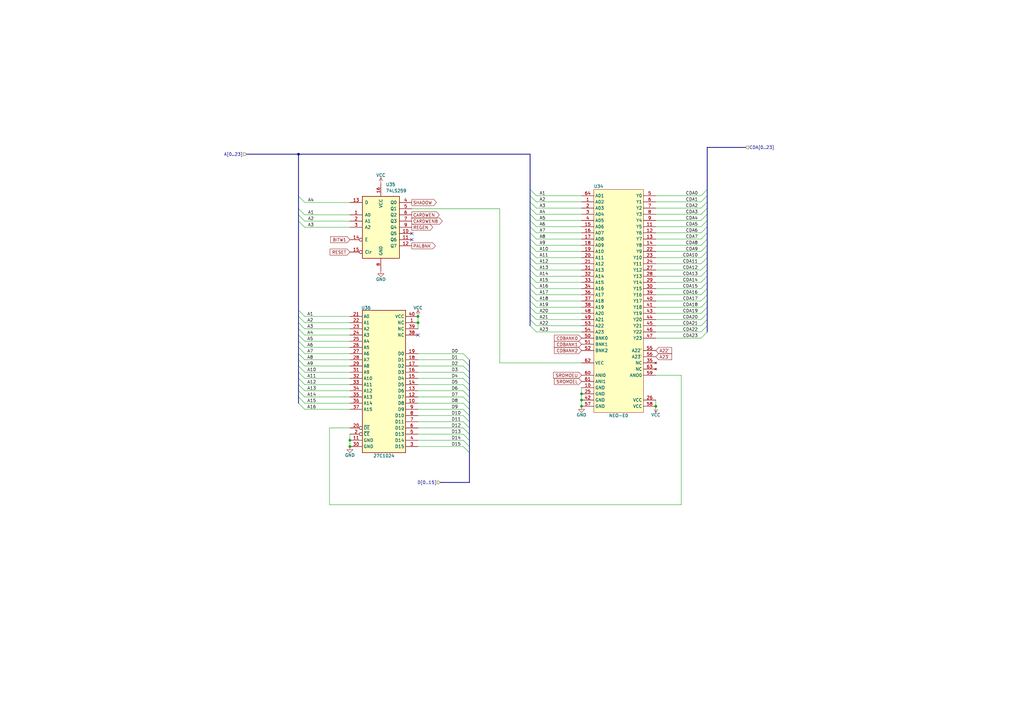
<source format=kicad_sch>
(kicad_sch (version 20230121) (generator eeschema)
  (paper "A3")
  (lib_symbols
    (symbol "1_NeoGeoLibrary:27C1024"
      (property "Reference" "U" (at -7.62 26.67 0))
      (property "Value" "27C1024" (at -3.81 -34.29 0))
      (symbol "27C1024_0_0"
        (pin input line (at 13.97 20.32 180) (length 5.08) (name "NC") (number "1"))
        (pin power_in line (at -13.97 -30.48 0) (length 5.08) (name "GND") (number "30"))
        (pin input line (at 13.97 15.24 180) (length 5.08) (name "NC") (number "38"))
        (pin input line (at 13.97 17.78 180) (length 5.08) (name "NC") (number "39"))
      )
      (symbol "27C1024_1_1"
        (rectangle (start -8.89 25.4) (end 8.89 -33.02) (stroke (width 0.254)) (fill (type background)))
        (pin tri_state line (at 13.97 -12.7 180) (length 5.08) (name "D8") (number "10"))
        (pin power_in line (at -13.97 -27.94 0) (length 5.08) (name "GND") (number "11"))
        (pin tri_state line (at 13.97 -10.16 180) (length 5.08) (name "D7") (number "12"))
        (pin tri_state line (at 13.97 -7.62 180) (length 5.08) (name "D6") (number "13"))
        (pin tri_state line (at 13.97 -5.08 180) (length 5.08) (name "D5") (number "14"))
        (pin tri_state line (at 13.97 -2.54 180) (length 5.08) (name "D4") (number "15"))
        (pin tri_state line (at 13.97 0 180) (length 5.08) (name "D3") (number "16"))
        (pin tri_state line (at 13.97 2.54 180) (length 5.08) (name "D2") (number "17"))
        (pin tri_state line (at 13.97 5.08 180) (length 5.08) (name "D1") (number "18"))
        (pin tri_state line (at 13.97 7.62 180) (length 5.08) (name "D0") (number "19"))
        (pin input inverted (at -13.97 -25.4 0) (length 5.08) (name "~{CE}") (number "2"))
        (pin input inverted (at -13.97 -22.86 0) (length 5.08) (name "~{OE}") (number "20"))
        (pin tri_state line (at -13.97 22.86 0) (length 5.08) (name "A0") (number "21"))
        (pin tri_state line (at -13.97 20.32 0) (length 5.08) (name "A1") (number "22"))
        (pin tri_state line (at -13.97 17.78 0) (length 5.08) (name "A2") (number "23"))
        (pin tri_state line (at -13.97 15.24 0) (length 5.08) (name "A3") (number "24"))
        (pin tri_state line (at -13.97 12.7 0) (length 5.08) (name "A4") (number "25"))
        (pin tri_state line (at -13.97 10.16 0) (length 5.08) (name "A5") (number "26"))
        (pin tri_state line (at -13.97 7.62 0) (length 5.08) (name "A6") (number "27"))
        (pin tri_state line (at -13.97 5.08 0) (length 5.08) (name "A7") (number "28"))
        (pin tri_state line (at -13.97 2.54 0) (length 5.08) (name "A8") (number "29"))
        (pin tri_state line (at 13.97 -30.48 180) (length 5.08) (name "D15") (number "3"))
        (pin tri_state line (at -13.97 0 0) (length 5.08) (name "A9") (number "31"))
        (pin tri_state line (at -13.97 -2.54 0) (length 5.08) (name "A10") (number "32"))
        (pin tri_state line (at -13.97 -5.08 0) (length 5.08) (name "A11") (number "33"))
        (pin tri_state line (at -13.97 -7.62 0) (length 5.08) (name "A12") (number "34"))
        (pin tri_state line (at -13.97 -10.16 0) (length 5.08) (name "A13") (number "35"))
        (pin tri_state line (at -13.97 -12.7 0) (length 5.08) (name "A14") (number "36"))
        (pin tri_state line (at -13.97 -15.24 0) (length 5.08) (name "A15") (number "37"))
        (pin tri_state line (at 13.97 -27.94 180) (length 5.08) (name "D14") (number "4"))
        (pin power_in line (at 13.97 22.86 180) (length 5.08) (name "VCC") (number "40"))
        (pin tri_state line (at 13.97 -25.4 180) (length 5.08) (name "D13") (number "5"))
        (pin tri_state line (at 13.97 -22.86 180) (length 5.08) (name "D12") (number "6"))
        (pin tri_state line (at 13.97 -20.32 180) (length 5.08) (name "D11") (number "7"))
        (pin tri_state line (at 13.97 -17.78 180) (length 5.08) (name "D10") (number "8"))
        (pin tri_state line (at 13.97 -15.24 180) (length 5.08) (name "D9") (number "9"))
      )
    )
    (symbol "1_NeoGeoLibrary:NEO-E0"
      (property "Reference" "U" (at -8.89 59.69 0))
      (property "Value" "NEO-E0" (at 0 -35.56 0))
      (symbol "NEO-E0_1_1"
        (rectangle (start -10.16 58.42) (end 10.16 -33.02) (fill (type background)))
        (pin bidirectional line (at -15.24 53.34 0) (length 5.08) (name "A02") (number "1"))
        (pin power_in line (at -15.24 -22.86 0) (length 5.08) (name "GND") (number "10"))
        (pin bidirectional line (at 15.24 43.18 180) (length 5.08) (name "Y5") (number "11"))
        (pin bidirectional line (at 15.24 40.64 180) (length 5.08) (name "Y6") (number "12"))
        (pin bidirectional line (at 15.24 38.1 180) (length 5.08) (name "Y7") (number "13"))
        (pin bidirectional line (at 15.24 35.56 180) (length 5.08) (name "Y8") (number "14"))
        (pin bidirectional line (at -15.24 43.18 0) (length 5.08) (name "A06") (number "15"))
        (pin bidirectional line (at -15.24 40.64 0) (length 5.08) (name "A07") (number "16"))
        (pin bidirectional line (at -15.24 38.1 0) (length 5.08) (name "A08") (number "17"))
        (pin bidirectional line (at -15.24 35.56 0) (length 5.08) (name "A09") (number "18"))
        (pin bidirectional line (at -15.24 33.02 0) (length 5.08) (name "A10") (number "19"))
        (pin bidirectional line (at -15.24 50.8 0) (length 5.08) (name "A03") (number "2"))
        (pin bidirectional line (at -15.24 30.48 0) (length 5.08) (name "A11") (number "20"))
        (pin bidirectional line (at -15.24 27.94 0) (length 5.08) (name "A12") (number "21"))
        (pin bidirectional line (at 15.24 33.02 180) (length 5.08) (name "Y9") (number "22"))
        (pin bidirectional line (at 15.24 30.48 180) (length 5.08) (name "Y10") (number "23"))
        (pin bidirectional line (at 15.24 27.94 180) (length 5.08) (name "Y11") (number "24"))
        (pin power_in line (at -15.24 -25.4 0) (length 5.08) (name "GND") (number "25"))
        (pin power_in line (at 15.24 -27.94 180) (length 5.08) (name "VCC") (number "26"))
        (pin bidirectional line (at 15.24 25.4 180) (length 5.08) (name "Y12") (number "27"))
        (pin bidirectional line (at 15.24 22.86 180) (length 5.08) (name "Y13") (number "28"))
        (pin bidirectional line (at 15.24 20.32 180) (length 5.08) (name "Y14") (number "29"))
        (pin bidirectional line (at -15.24 48.26 0) (length 5.08) (name "A04") (number "3"))
        (pin bidirectional line (at 15.24 17.78 180) (length 5.08) (name "Y15") (number "30"))
        (pin bidirectional line (at -15.24 25.4 0) (length 5.08) (name "A13") (number "31"))
        (pin bidirectional line (at -15.24 22.86 0) (length 5.08) (name "A14") (number "32"))
        (pin bidirectional line (at -15.24 20.32 0) (length 5.08) (name "A15") (number "33"))
        (pin bidirectional line (at -15.24 17.78 0) (length 5.08) (name "A16") (number "34"))
        (pin no_connect line (at 15.24 -12.7 180) (length 5.08) (name "NC") (number "35"))
        (pin bidirectional line (at -15.24 15.24 0) (length 5.08) (name "A17") (number "36"))
        (pin bidirectional line (at -15.24 12.7 0) (length 5.08) (name "A18") (number "37"))
        (pin bidirectional line (at -15.24 10.16 0) (length 5.08) (name "A19") (number "38"))
        (pin bidirectional line (at 15.24 15.24 180) (length 5.08) (name "Y16") (number "39"))
        (pin bidirectional line (at -15.24 45.72 0) (length 5.08) (name "A05") (number "4"))
        (pin bidirectional line (at 15.24 12.7 180) (length 5.08) (name "Y17") (number "40"))
        (pin bidirectional line (at 15.24 10.16 180) (length 5.08) (name "Y18") (number "41"))
        (pin power_in line (at -15.24 -27.94 0) (length 5.08) (name "GND") (number "42"))
        (pin bidirectional line (at 15.24 7.62 180) (length 5.08) (name "Y19") (number "43"))
        (pin bidirectional line (at 15.24 5.08 180) (length 5.08) (name "Y20") (number "44"))
        (pin bidirectional line (at 15.24 2.54 180) (length 5.08) (name "Y21") (number "45"))
        (pin bidirectional line (at 15.24 0 180) (length 5.08) (name "Y22") (number "46"))
        (pin bidirectional line (at 15.24 -2.54 180) (length 5.08) (name "Y23") (number "47"))
        (pin bidirectional line (at -15.24 7.62 0) (length 5.08) (name "A20") (number "48"))
        (pin bidirectional line (at -15.24 5.08 0) (length 5.08) (name "A21") (number "49"))
        (pin bidirectional line (at 15.24 55.88 180) (length 5.08) (name "Y0") (number "5"))
        (pin bidirectional line (at -15.24 -2.54 0) (length 5.08) (name "BNK0") (number "50"))
        (pin bidirectional line (at -15.24 -5.08 0) (length 5.08) (name "BNK1") (number "51"))
        (pin bidirectional line (at -15.24 -7.62 0) (length 5.08) (name "BNK2") (number "52"))
        (pin bidirectional line (at -15.24 2.54 0) (length 5.08) (name "A22") (number "53"))
        (pin bidirectional line (at -15.24 0 0) (length 5.08) (name "A23") (number "54"))
        (pin bidirectional line (at 15.24 -7.62 180) (length 5.08) (name "A22'") (number "55"))
        (pin bidirectional line (at 15.24 -10.16 180) (length 5.08) (name "A23'") (number "56"))
        (pin power_in line (at -15.24 -30.48 0) (length 5.08) (name "GND") (number "57"))
        (pin power_in line (at 15.24 -30.48 180) (length 5.08) (name "VCC") (number "58"))
        (pin bidirectional line (at 15.24 -17.78 180) (length 5.08) (name "ANO0") (number "59"))
        (pin bidirectional line (at 15.24 53.34 180) (length 5.08) (name "Y1") (number "6"))
        (pin bidirectional line (at -15.24 -17.78 0) (length 5.08) (name "ANI0") (number "60"))
        (pin bidirectional line (at -15.24 -20.32 0) (length 5.08) (name "ANI1") (number "61"))
        (pin bidirectional line (at -15.24 -12.7 0) (length 5.08) (name "VEC") (number "62"))
        (pin no_connect line (at 15.24 -15.24 180) (length 5.08) (name "NC") (number "63"))
        (pin bidirectional line (at -15.24 55.88 0) (length 5.08) (name "A01") (number "64"))
        (pin bidirectional line (at 15.24 50.8 180) (length 5.08) (name "Y2") (number "7"))
        (pin bidirectional line (at 15.24 48.26 180) (length 5.08) (name "Y3") (number "8"))
        (pin bidirectional line (at 15.24 45.72 180) (length 5.08) (name "Y4") (number "9"))
      )
    )
    (symbol "74xx:74LS259" (pin_names (offset 1.016))
      (property "Reference" "U" (at -7.62 13.97 0))
      (property "Value" "74LS259" (at -7.62 -13.97 0))
      (symbol "74LS259_1_0"
        (pin input line (at -12.7 5.08 0) (length 5.08) (name "A0") (number "1"))
        (pin output line (at 12.7 -2.54 180) (length 5.08) (name "Q5") (number "10"))
        (pin output line (at 12.7 -5.08 180) (length 5.08) (name "Q6") (number "11"))
        (pin output line (at 12.7 -7.62 180) (length 5.08) (name "Q7") (number "12"))
        (pin input line (at -12.7 10.16 0) (length 5.08) (name "D") (number "13"))
        (pin input inverted (at -12.7 -5.08 0) (length 5.08) (name "E") (number "14"))
        (pin input inverted (at -12.7 -10.16 0) (length 5.08) (name "Clr") (number "15"))
        (pin power_in line (at 0 17.78 270) (length 5.08) (name "VCC") (number "16"))
        (pin input line (at -12.7 2.54 0) (length 5.08) (name "A1") (number "2"))
        (pin input line (at -12.7 0 0) (length 5.08) (name "A2") (number "3"))
        (pin output line (at 12.7 10.16 180) (length 5.08) (name "Q0") (number "4"))
        (pin output line (at 12.7 7.62 180) (length 5.08) (name "Q1") (number "5"))
        (pin output line (at 12.7 5.08 180) (length 5.08) (name "Q2") (number "6"))
        (pin output line (at 12.7 2.54 180) (length 5.08) (name "Q3") (number "7"))
        (pin power_in line (at 0 -17.78 90) (length 5.08) (name "GND") (number "8"))
        (pin output line (at 12.7 0 180) (length 5.08) (name "Q4") (number "9"))
      )
      (symbol "74LS259_1_1"
        (rectangle (start -7.62 12.7) (end 7.62 -12.7) (stroke (width 0.254)) (fill (type background)))
      )
    )
    (symbol "power:GND" (power) (pin_names (offset 0))
      (property "Value" "GND" (at 0 -3.81 0))
      (symbol "GND_0_1"
        (polyline (pts (xy 0 0) (xy 0 -1.27) (xy 1.27 -1.27) (xy 0 -2.54) (xy -1.27 -1.27) (xy 0 -1.27)))
      )
      (symbol "GND_1_1"
        (pin power_in line (at 0 0 270) (length 0) hide (name "GND") (number "1"))
      )
    )
    (symbol "power:VCC" (power) (pin_names (offset 0))
      (property "Value" "VCC" (at 0 3.81 0))
      (symbol "VCC_0_1"
        (polyline (pts (xy -0.762 1.27) (xy 0 2.54)))
        (polyline (pts (xy 0 0) (xy 0 2.54)))
        (polyline (pts (xy 0 2.54) (xy 0.762 1.27)))
      )
      (symbol "VCC_1_1"
        (pin power_in line (at 0 0 90) (length 0) hide (name "VCC") (number "1"))
      )
    )
  )
  (junction (at 143.51 180.594))
  (junction (at 268.986 166.624))
  (junction (at 171.45 132.334))
  (junction (at 171.45 129.794))
  (junction (at 122.428 63.246))
  (junction (at 238.506 166.624))
  (junction (at 238.506 161.544))
  (junction (at 143.51 183.134))
  (junction (at 238.506 164.084))
  (no_connect (at 171.45 137.414))
  (no_connect (at 168.91 98.298))
  (no_connect (at 168.91 95.758))
  (bus_entry (at 217.424 90.424) (size 2.54 2.54))
  (bus_entry (at 122.428 162.814) (size 2.54 2.54))
  (bus_entry (at 290.068 108.204) (size -2.54 2.54))
  (bus_entry (at 122.428 134.874) (size 2.54 2.54))
  (bus_entry (at 290.068 110.744) (size -2.54 2.54))
  (bus_entry (at 192.532 185.674) (size -2.54 -2.54))
  (bus_entry (at 290.068 80.264) (size -2.54 2.54))
  (bus_entry (at 192.532 178.054) (size -2.54 -2.54))
  (bus_entry (at 122.428 160.274) (size 2.54 2.54))
  (bus_entry (at 217.424 95.504) (size 2.54 2.54))
  (bus_entry (at 290.068 123.444) (size -2.54 2.54))
  (bus_entry (at 122.428 85.598) (size 2.54 2.54))
  (bus_entry (at 290.068 92.964) (size -2.54 2.54))
  (bus_entry (at 290.068 125.984) (size -2.54 2.54))
  (bus_entry (at 290.068 82.804) (size -2.54 2.54))
  (bus_entry (at 217.424 128.524) (size 2.54 2.54))
  (bus_entry (at 290.068 87.884) (size -2.54 2.54))
  (bus_entry (at 122.428 80.518) (size 2.54 2.54))
  (bus_entry (at 192.532 157.734) (size -2.54 -2.54))
  (bus_entry (at 217.424 123.444) (size 2.54 2.54))
  (bus_entry (at 192.532 160.274) (size -2.54 -2.54))
  (bus_entry (at 122.428 165.354) (size 2.54 2.54))
  (bus_entry (at 290.068 103.124) (size -2.54 2.54))
  (bus_entry (at 290.068 131.064) (size -2.54 2.54))
  (bus_entry (at 217.424 131.064) (size 2.54 2.54))
  (bus_entry (at 192.532 183.134) (size -2.54 -2.54))
  (bus_entry (at 217.424 118.364) (size 2.54 2.54))
  (bus_entry (at 122.428 145.034) (size 2.54 2.54))
  (bus_entry (at 290.068 133.604) (size -2.54 2.54))
  (bus_entry (at 217.424 98.044) (size 2.54 2.54))
  (bus_entry (at 290.068 115.824) (size -2.54 2.54))
  (bus_entry (at 290.068 90.424) (size -2.54 2.54))
  (bus_entry (at 217.424 100.584) (size 2.54 2.54))
  (bus_entry (at 122.428 132.334) (size 2.54 2.54))
  (bus_entry (at 122.428 129.794) (size 2.54 2.54))
  (bus_entry (at 217.424 133.604) (size 2.54 2.54))
  (bus_entry (at 290.068 105.664) (size -2.54 2.54))
  (bus_entry (at 217.424 125.984) (size 2.54 2.54))
  (bus_entry (at 122.428 127.254) (size 2.54 2.54))
  (bus_entry (at 290.068 113.284) (size -2.54 2.54))
  (bus_entry (at 217.424 77.724) (size 2.54 2.54))
  (bus_entry (at 122.428 137.414) (size 2.54 2.54))
  (bus_entry (at 217.424 85.344) (size 2.54 2.54))
  (bus_entry (at 192.532 172.974) (size -2.54 -2.54))
  (bus_entry (at 217.424 82.804) (size 2.54 2.54))
  (bus_entry (at 192.532 150.114) (size -2.54 -2.54))
  (bus_entry (at 290.068 85.344) (size -2.54 2.54))
  (bus_entry (at 217.424 103.124) (size 2.54 2.54))
  (bus_entry (at 122.428 139.954) (size 2.54 2.54))
  (bus_entry (at 290.068 95.504) (size -2.54 2.54))
  (bus_entry (at 192.532 152.654) (size -2.54 -2.54))
  (bus_entry (at 217.424 108.204) (size 2.54 2.54))
  (bus_entry (at 192.532 162.814) (size -2.54 -2.54))
  (bus_entry (at 192.532 165.354) (size -2.54 -2.54))
  (bus_entry (at 192.532 155.194) (size -2.54 -2.54))
  (bus_entry (at 217.424 80.264) (size 2.54 2.54))
  (bus_entry (at 290.068 120.904) (size -2.54 2.54))
  (bus_entry (at 122.428 150.114) (size 2.54 2.54))
  (bus_entry (at 217.424 87.884) (size 2.54 2.54))
  (bus_entry (at 290.068 136.144) (size -2.54 2.54))
  (bus_entry (at 217.424 110.744) (size 2.54 2.54))
  (bus_entry (at 122.428 157.734) (size 2.54 2.54))
  (bus_entry (at 290.068 98.044) (size -2.54 2.54))
  (bus_entry (at 192.532 170.434) (size -2.54 -2.54))
  (bus_entry (at 192.532 175.514) (size -2.54 -2.54))
  (bus_entry (at 122.428 90.678) (size 2.54 2.54))
  (bus_entry (at 192.532 180.594) (size -2.54 -2.54))
  (bus_entry (at 122.428 147.574) (size 2.54 2.54))
  (bus_entry (at 122.428 142.494) (size 2.54 2.54))
  (bus_entry (at 122.428 155.194) (size 2.54 2.54))
  (bus_entry (at 290.068 100.584) (size -2.54 2.54))
  (bus_entry (at 290.068 77.724) (size -2.54 2.54))
  (bus_entry (at 217.424 113.284) (size 2.54 2.54))
  (bus_entry (at 290.068 118.364) (size -2.54 2.54))
  (bus_entry (at 217.424 105.664) (size 2.54 2.54))
  (bus_entry (at 217.424 115.824) (size 2.54 2.54))
  (bus_entry (at 122.428 152.654) (size 2.54 2.54))
  (bus_entry (at 192.532 167.894) (size -2.54 -2.54))
  (bus_entry (at 122.428 88.138) (size 2.54 2.54))
  (bus_entry (at 192.532 147.574) (size -2.54 -2.54))
  (bus_entry (at 290.068 128.524) (size -2.54 2.54))
  (bus_entry (at 217.424 92.964) (size 2.54 2.54))
  (bus_entry (at 217.424 120.904) (size 2.54 2.54))
  (bus (pts (xy 122.428 129.794) (xy 122.428 127.254)))
  (bus (pts (xy 192.532 170.434) (xy 192.532 172.974)))
  (wire (pts (xy 287.528 90.424) (xy 268.986 90.424)))
  (bus (pts (xy 180.594 197.866) (xy 192.532 197.866)))
  (bus (pts (xy 122.428 147.574) (xy 122.428 145.034)))
  (bus (pts (xy 217.424 63.246) (xy 122.428 63.246)))
  (bus (pts (xy 192.532 172.974) (xy 192.532 175.514)))
  (wire (pts (xy 219.964 82.804) (xy 238.506 82.804)))
  (bus (pts (xy 290.068 85.344) (xy 290.068 82.804)))
  (bus (pts (xy 217.424 120.904) (xy 217.424 123.444)))
  (wire (pts (xy 219.964 123.444) (xy 238.506 123.444)))
  (bus (pts (xy 290.068 118.364) (xy 290.068 120.904)))
  (bus (pts (xy 290.068 110.744) (xy 290.068 108.204)))
  (bus (pts (xy 290.068 80.264) (xy 290.068 77.724)))
  (wire (pts (xy 219.964 87.884) (xy 238.506 87.884)))
  (bus (pts (xy 192.532 165.354) (xy 192.532 167.894)))
  (bus (pts (xy 122.428 90.678) (xy 122.428 88.138)))
  (wire (pts (xy 238.506 159.004) (xy 238.506 161.544)))
  (wire (pts (xy 189.992 180.594) (xy 171.45 180.594)))
  (bus (pts (xy 217.424 125.984) (xy 217.424 128.524)))
  (wire (pts (xy 219.964 131.064) (xy 238.506 131.064)))
  (wire (pts (xy 124.968 150.114) (xy 143.51 150.114)))
  (wire (pts (xy 124.968 93.218) (xy 143.51 93.218)))
  (bus (pts (xy 122.428 145.034) (xy 122.428 142.494)))
  (bus (pts (xy 217.424 123.444) (xy 217.424 125.984)))
  (bus (pts (xy 217.424 80.264) (xy 217.424 77.724)))
  (bus (pts (xy 290.068 123.444) (xy 290.068 125.984)))
  (bus (pts (xy 217.424 113.284) (xy 217.424 110.744)))
  (wire (pts (xy 124.968 162.814) (xy 143.51 162.814)))
  (wire (pts (xy 287.528 110.744) (xy 268.986 110.744)))
  (wire (pts (xy 287.528 82.804) (xy 268.986 82.804)))
  (bus (pts (xy 122.428 127.254) (xy 122.428 90.678)))
  (bus (pts (xy 217.424 118.364) (xy 217.424 120.904)))
  (wire (pts (xy 219.964 105.664) (xy 238.506 105.664)))
  (bus (pts (xy 192.532 150.114) (xy 192.532 152.654)))
  (wire (pts (xy 219.964 128.524) (xy 238.506 128.524)))
  (wire (pts (xy 124.968 90.678) (xy 143.51 90.678)))
  (wire (pts (xy 287.528 103.124) (xy 268.986 103.124)))
  (wire (pts (xy 168.91 85.598) (xy 204.978 85.598)))
  (wire (pts (xy 124.968 167.894) (xy 143.51 167.894)))
  (wire (pts (xy 189.992 178.054) (xy 171.45 178.054)))
  (bus (pts (xy 122.428 134.874) (xy 122.428 132.334)))
  (bus (pts (xy 122.428 162.814) (xy 122.428 160.274)))
  (bus (pts (xy 217.424 128.524) (xy 217.424 131.064)))
  (wire (pts (xy 287.528 128.524) (xy 268.986 128.524)))
  (bus (pts (xy 192.532 157.734) (xy 192.532 160.274)))
  (bus (pts (xy 217.424 115.824) (xy 217.424 118.364)))
  (bus (pts (xy 122.428 157.734) (xy 122.428 155.194)))
  (bus (pts (xy 290.068 92.964) (xy 290.068 90.424)))
  (wire (pts (xy 287.528 120.904) (xy 268.986 120.904)))
  (wire (pts (xy 143.51 175.514) (xy 135.128 175.514)))
  (wire (pts (xy 219.964 100.584) (xy 238.506 100.584)))
  (wire (pts (xy 189.992 160.274) (xy 171.45 160.274)))
  (wire (pts (xy 124.968 132.334) (xy 143.51 132.334)))
  (bus (pts (xy 217.424 100.584) (xy 217.424 98.044)))
  (bus (pts (xy 192.532 162.814) (xy 192.532 165.354)))
  (wire (pts (xy 287.528 80.264) (xy 268.986 80.264)))
  (wire (pts (xy 143.51 180.594) (xy 143.51 183.134)))
  (wire (pts (xy 124.968 83.058) (xy 143.51 83.058)))
  (wire (pts (xy 219.964 85.344) (xy 238.506 85.344)))
  (bus (pts (xy 290.068 103.124) (xy 290.068 100.584)))
  (bus (pts (xy 290.068 82.804) (xy 290.068 80.264)))
  (wire (pts (xy 124.968 145.034) (xy 143.51 145.034)))
  (wire (pts (xy 135.128 207.01) (xy 279.4 207.01)))
  (wire (pts (xy 287.528 85.344) (xy 268.986 85.344)))
  (wire (pts (xy 287.528 125.984) (xy 268.986 125.984)))
  (wire (pts (xy 189.992 150.114) (xy 171.45 150.114)))
  (bus (pts (xy 122.428 150.114) (xy 122.428 147.574)))
  (wire (pts (xy 219.964 110.744) (xy 238.506 110.744)))
  (bus (pts (xy 217.424 105.664) (xy 217.424 103.124)))
  (bus (pts (xy 290.068 60.452) (xy 305.816 60.452)))
  (bus (pts (xy 290.068 77.724) (xy 290.068 60.452)))
  (bus (pts (xy 290.068 136.144) (xy 290.068 133.604)))
  (bus (pts (xy 122.428 165.354) (xy 122.428 162.814)))
  (wire (pts (xy 124.968 155.194) (xy 143.51 155.194)))
  (wire (pts (xy 124.968 129.794) (xy 143.51 129.794)))
  (wire (pts (xy 189.992 183.134) (xy 171.45 183.134)))
  (bus (pts (xy 217.424 92.964) (xy 217.424 90.424)))
  (bus (pts (xy 192.532 178.054) (xy 192.532 180.594)))
  (bus (pts (xy 192.532 185.674) (xy 192.532 197.866)))
  (bus (pts (xy 290.068 131.064) (xy 290.068 128.524)))
  (wire (pts (xy 189.992 175.514) (xy 171.45 175.514)))
  (wire (pts (xy 287.528 123.444) (xy 268.986 123.444)))
  (bus (pts (xy 290.068 125.984) (xy 290.068 128.524)))
  (bus (pts (xy 290.068 108.204) (xy 290.068 105.664)))
  (wire (pts (xy 189.992 157.734) (xy 171.45 157.734)))
  (wire (pts (xy 219.964 113.284) (xy 238.506 113.284)))
  (wire (pts (xy 124.968 152.654) (xy 143.51 152.654)))
  (bus (pts (xy 122.428 85.598) (xy 122.428 80.518)))
  (bus (pts (xy 290.068 105.664) (xy 290.068 103.124)))
  (wire (pts (xy 287.528 98.044) (xy 268.986 98.044)))
  (bus (pts (xy 290.068 90.424) (xy 290.068 87.884)))
  (wire (pts (xy 219.964 98.044) (xy 238.506 98.044)))
  (wire (pts (xy 238.506 164.084) (xy 238.506 166.624)))
  (bus (pts (xy 217.424 63.246) (xy 217.424 77.724)))
  (bus (pts (xy 122.428 152.654) (xy 122.428 150.114)))
  (bus (pts (xy 122.428 155.194) (xy 122.428 152.654)))
  (bus (pts (xy 192.532 147.574) (xy 192.532 150.114)))
  (bus (pts (xy 192.532 155.194) (xy 192.532 157.734)))
  (bus (pts (xy 217.424 95.504) (xy 217.424 92.964)))
  (bus (pts (xy 217.424 98.044) (xy 217.424 95.504)))
  (bus (pts (xy 290.068 115.824) (xy 290.068 118.364)))
  (bus (pts (xy 122.428 88.138) (xy 122.428 85.598)))
  (bus (pts (xy 192.532 152.654) (xy 192.532 155.194)))
  (wire (pts (xy 287.528 133.604) (xy 268.986 133.604)))
  (wire (pts (xy 219.964 118.364) (xy 238.506 118.364)))
  (wire (pts (xy 219.964 125.984) (xy 238.506 125.984)))
  (wire (pts (xy 204.978 148.844) (xy 238.506 148.844)))
  (wire (pts (xy 189.992 165.354) (xy 171.45 165.354)))
  (wire (pts (xy 287.528 136.144) (xy 268.986 136.144)))
  (bus (pts (xy 217.424 85.344) (xy 217.424 82.804)))
  (bus (pts (xy 192.532 160.274) (xy 192.532 162.814)))
  (bus (pts (xy 122.428 142.494) (xy 122.428 139.954)))
  (wire (pts (xy 287.528 92.964) (xy 268.986 92.964)))
  (bus (pts (xy 290.068 113.284) (xy 290.068 110.744)))
  (bus (pts (xy 217.424 103.124) (xy 217.424 100.584)))
  (bus (pts (xy 217.424 110.744) (xy 217.424 108.204)))
  (bus (pts (xy 290.068 120.904) (xy 290.068 123.444)))
  (wire (pts (xy 189.992 147.574) (xy 171.45 147.574)))
  (wire (pts (xy 189.992 162.814) (xy 171.45 162.814)))
  (wire (pts (xy 287.528 108.204) (xy 268.986 108.204)))
  (wire (pts (xy 219.964 95.504) (xy 238.506 95.504)))
  (bus (pts (xy 290.068 100.584) (xy 290.068 98.044)))
  (bus (pts (xy 217.424 90.424) (xy 217.424 87.884)))
  (wire (pts (xy 171.45 129.794) (xy 171.45 132.334)))
  (wire (pts (xy 219.964 90.424) (xy 238.506 90.424)))
  (bus (pts (xy 192.532 167.894) (xy 192.532 170.434)))
  (wire (pts (xy 287.528 105.664) (xy 268.986 105.664)))
  (bus (pts (xy 217.424 87.884) (xy 217.424 85.344)))
  (bus (pts (xy 122.428 80.518) (xy 122.428 63.246)))
  (wire (pts (xy 219.964 136.144) (xy 238.506 136.144)))
  (wire (pts (xy 189.992 172.974) (xy 171.45 172.974)))
  (wire (pts (xy 287.528 87.884) (xy 268.986 87.884)))
  (wire (pts (xy 287.528 95.504) (xy 268.986 95.504)))
  (wire (pts (xy 219.964 80.264) (xy 238.506 80.264)))
  (wire (pts (xy 279.4 207.01) (xy 279.4 153.924)))
  (wire (pts (xy 135.128 175.514) (xy 135.128 207.01)))
  (bus (pts (xy 192.532 180.594) (xy 192.532 183.134)))
  (wire (pts (xy 219.964 108.204) (xy 238.506 108.204)))
  (bus (pts (xy 122.428 139.954) (xy 122.428 137.414)))
  (bus (pts (xy 290.068 87.884) (xy 290.068 85.344)))
  (wire (pts (xy 287.528 131.064) (xy 268.986 131.064)))
  (wire (pts (xy 204.978 85.598) (xy 204.978 148.844)))
  (wire (pts (xy 287.528 115.824) (xy 268.986 115.824)))
  (wire (pts (xy 219.964 92.964) (xy 238.506 92.964)))
  (wire (pts (xy 189.992 167.894) (xy 171.45 167.894)))
  (wire (pts (xy 124.968 139.954) (xy 143.51 139.954)))
  (wire (pts (xy 238.506 161.544) (xy 238.506 164.084)))
  (bus (pts (xy 122.428 132.334) (xy 122.428 129.794)))
  (wire (pts (xy 287.528 138.684) (xy 268.986 138.684)))
  (wire (pts (xy 219.964 103.124) (xy 238.506 103.124)))
  (wire (pts (xy 124.968 147.574) (xy 143.51 147.574)))
  (wire (pts (xy 219.964 115.824) (xy 238.506 115.824)))
  (bus (pts (xy 290.068 95.504) (xy 290.068 92.964)))
  (wire (pts (xy 124.968 160.274) (xy 143.51 160.274)))
  (bus (pts (xy 192.532 183.134) (xy 192.532 185.674)))
  (wire (pts (xy 189.992 145.034) (xy 171.45 145.034)))
  (bus (pts (xy 290.068 98.044) (xy 290.068 95.504)))
  (wire (pts (xy 287.528 100.584) (xy 268.986 100.584)))
  (wire (pts (xy 189.992 155.194) (xy 171.45 155.194)))
  (wire (pts (xy 124.968 88.138) (xy 143.51 88.138)))
  (wire (pts (xy 124.968 165.354) (xy 143.51 165.354)))
  (wire (pts (xy 171.45 132.334) (xy 171.45 134.874)))
  (wire (pts (xy 219.964 133.604) (xy 238.506 133.604)))
  (bus (pts (xy 217.424 113.284) (xy 217.424 115.824)))
  (bus (pts (xy 192.532 175.514) (xy 192.532 178.054)))
  (wire (pts (xy 189.992 152.654) (xy 171.45 152.654)))
  (wire (pts (xy 279.4 153.924) (xy 268.986 153.924)))
  (bus (pts (xy 290.068 131.064) (xy 290.068 133.604)))
  (bus (pts (xy 217.424 82.804) (xy 217.424 80.264)))
  (bus (pts (xy 290.068 115.824) (xy 290.068 113.284)))
  (wire (pts (xy 268.986 166.624) (xy 268.986 164.084)))
  (wire (pts (xy 287.528 118.364) (xy 268.986 118.364)))
  (wire (pts (xy 287.528 113.284) (xy 268.986 113.284)))
  (wire (pts (xy 189.992 170.434) (xy 171.45 170.434)))
  (wire (pts (xy 124.968 134.874) (xy 143.51 134.874)))
  (wire (pts (xy 124.968 137.414) (xy 143.51 137.414)))
  (bus (pts (xy 217.424 108.204) (xy 217.424 105.664)))
  (bus (pts (xy 101.092 63.246) (xy 122.428 63.246)))
  (wire (pts (xy 124.968 157.734) (xy 143.51 157.734)))
  (bus (pts (xy 122.428 137.414) (xy 122.428 134.874)))
  (wire (pts (xy 143.51 178.054) (xy 143.51 180.594)))
  (bus (pts (xy 217.424 131.064) (xy 217.424 133.604)))
  (wire (pts (xy 219.964 120.904) (xy 238.506 120.904)))
  (wire (pts (xy 124.968 142.494) (xy 143.51 142.494)))
  (bus (pts (xy 122.428 160.274) (xy 122.428 157.734)))
  (label "A5" (at 125.984 139.954 0))
  (label "CDA13" (at 286.258 113.284 180))
  (label "A19" (at 221.234 125.984 0))
  (label "CDA12" (at 286.258 110.744 180))
  (label "A1" (at 221.234 80.264 0))
  (label "CDA6" (at 286.258 95.504 180))
  (label "D0" (at 185.166 145.034 0))
  (label "CDA3" (at 286.258 87.884 180))
  (label "A2" (at 125.984 132.334 0))
  (label "CDA11" (at 286.258 108.204 180))
  (label "A10" (at 221.234 103.124 0))
  (label "CDA17" (at 286.258 123.444 180))
  (label "A16" (at 125.984 167.894 0))
  (label "A10" (at 125.984 152.654 0))
  (label "A20" (at 221.234 128.524 0))
  (label "A3" (at 126.238 93.218 0))
  (label "A12" (at 125.984 157.734 0))
  (label "D4" (at 185.166 155.194 0))
  (label "A23" (at 221.234 136.144 0))
  (label "D8" (at 185.166 165.354 0))
  (label "A8" (at 221.234 98.044 0))
  (label "A1" (at 126.238 88.138 0))
  (label "A15" (at 125.984 165.354 0))
  (label "CDA16" (at 286.258 120.904 180))
  (label "D7" (at 185.166 162.814 0))
  (label "D14" (at 185.166 180.594 0))
  (label "CDA1" (at 286.258 82.804 180))
  (label "D5" (at 185.166 157.734 0))
  (label "D11" (at 185.166 172.974 0))
  (label "A16" (at 221.234 118.364 0))
  (label "A14" (at 221.234 113.284 0))
  (label "CDA8" (at 286.258 100.584 180))
  (label "CDA14" (at 286.258 115.824 180))
  (label "A22" (at 221.234 133.604 0))
  (label "A9" (at 125.984 150.114 0))
  (label "A17" (at 221.234 120.904 0))
  (label "A6" (at 125.984 142.494 0))
  (label "A1" (at 125.984 129.794 0))
  (label "CDA21" (at 286.258 133.604 180))
  (label "A21" (at 221.234 131.064 0))
  (label "D13" (at 185.166 178.054 0))
  (label "CDA7" (at 286.258 98.044 180))
  (label "A9" (at 221.234 100.584 0))
  (label "A2" (at 126.238 90.678 0))
  (label "A12" (at 221.234 108.204 0))
  (label "D12" (at 185.166 175.514 0))
  (label "A6" (at 221.234 92.964 0))
  (label "A11" (at 221.234 105.664 0))
  (label "CDA15" (at 286.258 118.364 180))
  (label "D2" (at 185.166 150.114 0))
  (label "CDA0" (at 286.258 80.264 180))
  (label "CDA10" (at 286.258 105.664 180))
  (label "A3" (at 221.234 85.344 0))
  (label "A11" (at 125.984 155.194 0))
  (label "D15" (at 185.166 183.134 0))
  (label "CDA20" (at 286.258 131.064 180))
  (label "CDA2" (at 286.258 85.344 180))
  (label "A14" (at 125.984 162.814 0))
  (label "A13" (at 125.984 160.274 0))
  (label "A18" (at 221.234 123.444 0))
  (label "CDA4" (at 286.258 90.424 180))
  (label "A4" (at 126.238 83.058 0))
  (label "A7" (at 221.234 95.504 0))
  (label "A4" (at 125.984 137.414 0))
  (label "CDA5" (at 286.258 92.964 180))
  (label "D1" (at 185.166 147.574 0))
  (label "A5" (at 221.234 90.424 0))
  (label "D3" (at 185.166 152.654 0))
  (label "D9" (at 185.166 167.894 0))
  (label "CDA18" (at 286.258 125.984 180))
  (label "A4" (at 221.234 87.884 0))
  (label "A13" (at 221.234 110.744 0))
  (label "CDA23" (at 286.258 138.684 180))
  (label "A3" (at 125.984 134.874 0))
  (label "A8" (at 125.984 147.574 0))
  (label "A7" (at 125.984 145.034 0))
  (label "D10" (at 185.166 170.434 0))
  (label "CDA22" (at 286.258 136.144 180))
  (label "D6" (at 185.166 160.274 0))
  (label "A15" (at 221.234 115.824 0))
  (label "CDA9" (at 286.258 103.124 180))
  (label "A2" (at 221.234 82.804 0))
  (label "CDA19" (at 286.258 128.524 180))
  (global_label "SHADOW" (shape output) (at 168.91 83.058 0) (property "Intersheetrefs" "${INTERSHEET_REFS}" (effects hide)))
  (global_label "REGEN" (shape output) (at 168.91 93.218 0) (property "Intersheetrefs" "${INTERSHEET_REFS}" (effects hide)))
  (global_label "SROMOEU" (shape input) (at 238.506 153.924 180) (property "Intersheetrefs" "${INTERSHEET_REFS}" (effects hide)))
  (global_label "A22'" (shape input) (at 268.986 143.764 0) (property "Intersheetrefs" "${INTERSHEET_REFS}" (effects hide)))
  (global_label "CARDWENB" (shape output) (at 168.91 90.678 0) (property "Intersheetrefs" "${INTERSHEET_REFS}" (effects hide)))
  (global_label "RESET" (shape input) (at 143.51 103.378 180) (property "Intersheetrefs" "${INTERSHEET_REFS}" (effects hide)))
  (global_label "CDBANK2" (shape input) (at 238.506 143.764 180) (property "Intersheetrefs" "${INTERSHEET_REFS}" (effects hide)))
  (global_label "CDBANK1" (shape input) (at 238.506 141.224 180) (property "Intersheetrefs" "${INTERSHEET_REFS}" (effects hide)))
  (global_label "PALBNK" (shape output) (at 168.91 100.838 0) (property "Intersheetrefs" "${INTERSHEET_REFS}" (effects hide)))
  (global_label "BITW1" (shape input) (at 143.51 98.298 180) (property "Intersheetrefs" "${INTERSHEET_REFS}" (effects hide)))
  (global_label "A23'" (shape input) (at 268.986 146.304 0) (property "Intersheetrefs" "${INTERSHEET_REFS}" (effects hide)))
  (global_label "CARDWEN" (shape output) (at 168.91 88.138 0) (property "Intersheetrefs" "${INTERSHEET_REFS}" (effects hide)))
  (global_label "CDBANK0" (shape input) (at 238.506 138.684 180) (property "Intersheetrefs" "${INTERSHEET_REFS}" (effects hide)))
  (global_label "SROMOEL" (shape input) (at 238.506 156.464 180) (property "Intersheetrefs" "${INTERSHEET_REFS}" (effects hide)))
  (hierarchical_label "A[0..23]" (shape input) (at 101.092 63.246 180))
  (hierarchical_label "CDA[0..23]" (shape input) (at 305.816 60.452 0))
  (hierarchical_label "D[0..15]" (shape input) (at 180.594 197.866 180))
  (symbol (lib_id "power:VCC") (at 156.21 75.438 0) (unit 1)
    (property "Reference" "#PWR0261" (effects hide))
    (property "Value" "VCC" (at 156.21 71.882 0))
  )
  (symbol (lib_id "power:GND") (at 238.506 166.624 0) (unit 1)
    (property "Reference" "#PWR0234" (effects hide))
    (property "Value" "GND" (at 238.506 170.18 0))
  )
  (symbol (lib_id "1_NeoGeoLibrary:27C1024") (at 157.48 152.654 0) (unit 1)
    (property "Reference" "U36" (at 150.114 126.238 0))
    (property "Value" "27C1024" (at 157.48 186.944 0))
    (property "Footprint" "Package_DIP:DIP-40_W15.24mm" (effects hide))
  )
  (symbol (lib_id "power:VCC") (at 268.986 166.624 0) (mirror x) (unit 1)
    (property "Reference" "#PWR0235" (effects hide))
    (property "Value" "VCC" (at 268.986 170.18 0))
  )
  (symbol (lib_id "power:GND") (at 156.21 110.998 0) (unit 1)
    (property "Reference" "#PWR0260" (effects hide))
    (property "Value" "GND" (at 156.21 114.554 0))
  )
  (symbol (lib_id "74xx:74LS259") (at 156.21 93.218 0) (unit 1)
    (property "Reference" "U35" (at 158.2294 75.692 0) (effects (justify left)))
    (property "Value" "74LS259" (at 158.2294 78.232 0) (effects (justify left)))
    (property "Footprint" "Package_DIP:DIP-16_W7.62mm" (effects hide))
  )
  (symbol (lib_id "power:GND") (at 143.51 183.134 0) (unit 1)
    (property "Reference" "#PWR0233" (effects hide))
    (property "Value" "GND" (at 143.51 186.69 0))
  )
  (symbol (lib_id "power:VCC") (at 171.45 129.794 0) (unit 1)
    (property "Reference" "#PWR0232" (effects hide))
    (property "Value" "VCC" (at 171.45 126.238 0))
  )
  (symbol (lib_id "1_NeoGeoLibrary:NEO-E0") (at 253.746 136.144 0) (unit 1)
    (property "Reference" "U34" (at 245.491 76.454 0))
    (property "Value" "NEO-E0" (at 253.746 170.434 0))
    (property "Footprint" "1_NeoGeoLibrary:NEO-G0" (effects hide))
  )
)
</source>
